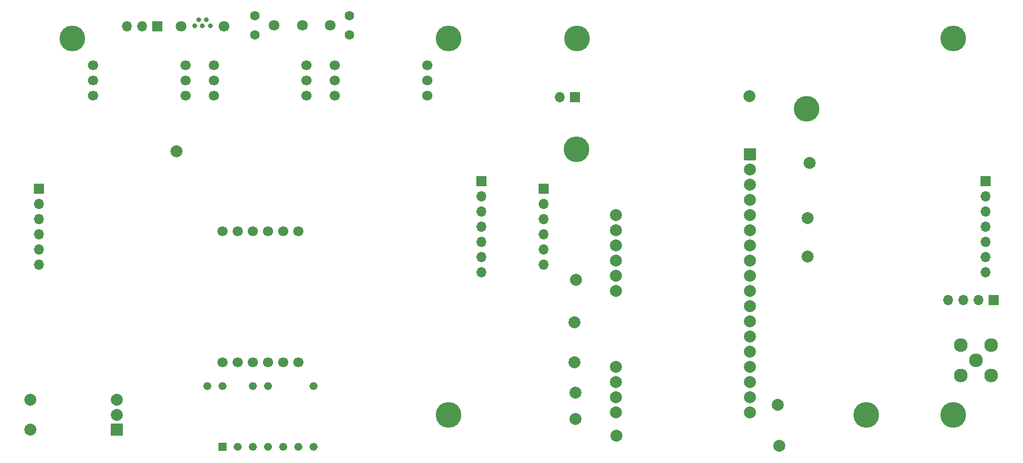
<source format=gts>
G04 #@! TF.GenerationSoftware,KiCad,Pcbnew,8.0.4*
G04 #@! TF.CreationDate,2024-07-29T00:38:19+02:00*
G04 #@! TF.ProjectId,gps,6770732e-6b69-4636-9164-5f7063625858,rev?*
G04 #@! TF.SameCoordinates,Original*
G04 #@! TF.FileFunction,Soldermask,Top*
G04 #@! TF.FilePolarity,Negative*
%FSLAX46Y46*%
G04 Gerber Fmt 4.6, Leading zero omitted, Abs format (unit mm)*
G04 Created by KiCad (PCBNEW 8.0.4) date 2024-07-29 00:38:19*
%MOMM*%
%LPD*%
G01*
G04 APERTURE LIST*
G04 Aperture macros list*
%AMRoundRect*
0 Rectangle with rounded corners*
0 $1 Rounding radius*
0 $2 $3 $4 $5 $6 $7 $8 $9 X,Y pos of 4 corners*
0 Add a 4 corners polygon primitive as box body*
4,1,4,$2,$3,$4,$5,$6,$7,$8,$9,$2,$3,0*
0 Add four circle primitives for the rounded corners*
1,1,$1+$1,$2,$3*
1,1,$1+$1,$4,$5*
1,1,$1+$1,$6,$7*
1,1,$1+$1,$8,$9*
0 Add four rect primitives between the rounded corners*
20,1,$1+$1,$2,$3,$4,$5,0*
20,1,$1+$1,$4,$5,$6,$7,0*
20,1,$1+$1,$6,$7,$8,$9,0*
20,1,$1+$1,$8,$9,$2,$3,0*%
G04 Aperture macros list end*
%ADD10C,2.000000*%
%ADD11RoundRect,0.102000X0.900000X0.900000X-0.900000X0.900000X-0.900000X-0.900000X0.900000X-0.900000X0*%
%ADD12C,2.004000*%
%ADD13C,4.300000*%
%ADD14C,1.700000*%
%ADD15C,1.800000*%
%ADD16C,1.600000*%
%ADD17C,0.800000*%
%ADD18C,1.803150*%
%ADD19R,1.700000X1.700000*%
%ADD20O,1.700000X1.700000*%
%ADD21R,1.337000X1.337000*%
%ADD22C,1.337000*%
%ADD23R,2.000000X2.000000*%
%ADD24C,2.300000*%
G04 APERTURE END LIST*
D10*
X175862500Y-61200000D03*
X153662500Y-118000000D03*
D11*
X176012500Y-70920000D03*
D12*
X176012500Y-73460000D03*
X176012500Y-76000000D03*
X176012500Y-78540000D03*
X176012500Y-81080000D03*
X176012500Y-83620000D03*
X176012500Y-86160000D03*
X176012500Y-88700000D03*
X176012500Y-91240000D03*
X176012500Y-93780000D03*
X176012500Y-96320000D03*
X176012500Y-98860000D03*
X176012500Y-101400000D03*
X176012500Y-103940000D03*
X176012500Y-106480000D03*
X176012500Y-109020000D03*
X176012500Y-111560000D03*
X176012500Y-114100000D03*
X153512500Y-114100000D03*
X153512500Y-111560000D03*
X153512500Y-109020000D03*
X153512500Y-106480000D03*
X153512500Y-93780000D03*
X153512500Y-91240000D03*
X153512500Y-88700000D03*
X153512500Y-86160000D03*
X153512500Y-83620000D03*
X153512500Y-81080000D03*
D13*
X195450000Y-114500000D03*
X146950000Y-70100000D03*
X185500000Y-63350000D03*
D14*
X86250000Y-56050000D03*
X101750000Y-56050000D03*
X86250000Y-58590000D03*
X86250000Y-61130000D03*
X101750000Y-61130000D03*
X101750000Y-58590000D03*
D13*
X125500000Y-114500000D03*
D15*
X105730000Y-49330000D03*
X101030000Y-49330000D03*
D16*
X108930000Y-50930000D03*
X108930000Y-47730000D03*
D15*
X96330000Y-49330000D03*
D16*
X93130000Y-50930000D03*
X93130000Y-47730000D03*
D17*
X85620000Y-49430000D03*
X84970000Y-48430000D03*
X84320000Y-49430000D03*
X83670000Y-48430000D03*
X83020000Y-49430000D03*
D18*
X87895000Y-49540000D03*
X80745000Y-49540000D03*
D13*
X125500000Y-51500000D03*
D14*
X87650000Y-105700000D03*
X90190000Y-105700000D03*
X92730000Y-105700000D03*
X95270000Y-105700000D03*
X97810000Y-105700000D03*
X100350000Y-105700000D03*
X100350000Y-83800000D03*
X97810000Y-83800000D03*
X95270000Y-83800000D03*
X92730000Y-83800000D03*
X90190000Y-83800000D03*
X87650000Y-83800000D03*
X66000000Y-56050000D03*
X81500000Y-56050000D03*
X66000000Y-58590000D03*
X66000000Y-61130000D03*
X81500000Y-61130000D03*
X81500000Y-58590000D03*
D13*
X62500000Y-51500000D03*
D19*
X215450000Y-75380000D03*
D20*
X215450000Y-77920000D03*
X215450000Y-80460000D03*
X215450000Y-83000000D03*
X215450000Y-85540000D03*
X215450000Y-88080000D03*
X215450000Y-90620000D03*
D19*
X141450000Y-76650000D03*
D20*
X141450000Y-79190000D03*
X141450000Y-81730000D03*
X141450000Y-84270000D03*
X141450000Y-86810000D03*
X141450000Y-89350000D03*
D14*
X106500000Y-56050000D03*
X122000000Y-56050000D03*
X106500000Y-58590000D03*
X106500000Y-61130000D03*
X122000000Y-61130000D03*
X122000000Y-58590000D03*
D21*
X87650000Y-119880000D03*
D22*
X90190000Y-119880000D03*
X92730000Y-119880000D03*
X95270000Y-119880000D03*
X97810000Y-119880000D03*
X100350000Y-119880000D03*
X102890000Y-119880000D03*
X102890000Y-109720000D03*
X95270000Y-109720000D03*
X92730000Y-109720000D03*
X87650000Y-109720000D03*
X85110000Y-109720000D03*
D23*
X70000000Y-117000000D03*
D10*
X70000000Y-112000000D03*
X70000000Y-114500000D03*
X55500000Y-117000000D03*
X55500000Y-112000000D03*
X180900000Y-119730000D03*
D19*
X130999930Y-75380000D03*
D20*
X130999930Y-77920000D03*
X130999930Y-80460000D03*
X130999930Y-83000000D03*
X130999930Y-85540000D03*
X130999930Y-88080000D03*
X130999930Y-90620000D03*
D19*
X216820000Y-95280000D03*
D20*
X214280000Y-95280000D03*
X211740000Y-95280000D03*
X209200000Y-95280000D03*
D13*
X210000000Y-51500000D03*
D10*
X79940000Y-70410000D03*
X146740000Y-110810000D03*
D19*
X56974930Y-76675000D03*
D20*
X56974930Y-79215000D03*
X56974930Y-81755000D03*
X56974930Y-84295000D03*
X56974930Y-86835000D03*
X56974930Y-89375000D03*
D13*
X210000000Y-114500000D03*
D10*
X180640000Y-112840000D03*
X185650000Y-88020000D03*
X185940000Y-72400000D03*
X185620000Y-81610000D03*
X146870000Y-91907500D03*
D19*
X146700000Y-61380000D03*
D20*
X144160000Y-61380000D03*
D24*
X213811250Y-105380000D03*
X211271250Y-107920000D03*
X216351250Y-107920000D03*
X211271250Y-102840000D03*
X216351250Y-102840000D03*
D10*
X146790000Y-115250000D03*
X146630000Y-105740000D03*
X146630000Y-99020000D03*
D19*
X76770000Y-49515000D03*
D20*
X74230000Y-49515000D03*
X71690000Y-49515000D03*
D13*
X147000000Y-51500000D03*
M02*

</source>
